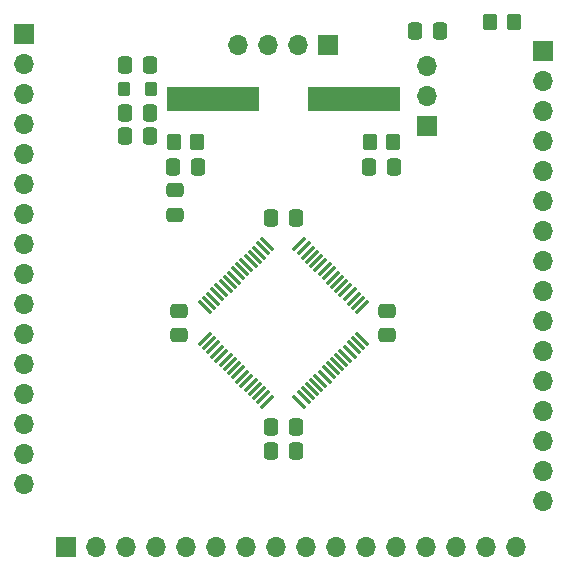
<source format=gts>
G04 #@! TF.GenerationSoftware,KiCad,Pcbnew,8.0.5*
G04 #@! TF.CreationDate,2024-11-24T11:50:23+01:00*
G04 #@! TF.ProjectId,stm32_template,73746d33-325f-4746-956d-706c6174652e,rev?*
G04 #@! TF.SameCoordinates,Original*
G04 #@! TF.FileFunction,Soldermask,Top*
G04 #@! TF.FilePolarity,Negative*
%FSLAX46Y46*%
G04 Gerber Fmt 4.6, Leading zero omitted, Abs format (unit mm)*
G04 Created by KiCad (PCBNEW 8.0.5) date 2024-11-24 11:50:23*
%MOMM*%
%LPD*%
G01*
G04 APERTURE LIST*
G04 Aperture macros list*
%AMRoundRect*
0 Rectangle with rounded corners*
0 $1 Rounding radius*
0 $2 $3 $4 $5 $6 $7 $8 $9 X,Y pos of 4 corners*
0 Add a 4 corners polygon primitive as box body*
4,1,4,$2,$3,$4,$5,$6,$7,$8,$9,$2,$3,0*
0 Add four circle primitives for the rounded corners*
1,1,$1+$1,$2,$3*
1,1,$1+$1,$4,$5*
1,1,$1+$1,$6,$7*
1,1,$1+$1,$8,$9*
0 Add four rect primitives between the rounded corners*
20,1,$1+$1,$2,$3,$4,$5,0*
20,1,$1+$1,$4,$5,$6,$7,0*
20,1,$1+$1,$6,$7,$8,$9,0*
20,1,$1+$1,$8,$9,$2,$3,0*%
G04 Aperture macros list end*
%ADD10RoundRect,0.250000X-0.475000X0.337500X-0.475000X-0.337500X0.475000X-0.337500X0.475000X0.337500X0*%
%ADD11RoundRect,0.250000X-0.337500X-0.475000X0.337500X-0.475000X0.337500X0.475000X-0.337500X0.475000X0*%
%ADD12RoundRect,0.250000X0.337500X0.475000X-0.337500X0.475000X-0.337500X-0.475000X0.337500X-0.475000X0*%
%ADD13R,7.875000X2.000000*%
%ADD14R,1.700000X1.700000*%
%ADD15O,1.700000X1.700000*%
%ADD16RoundRect,0.250000X-0.350000X-0.450000X0.350000X-0.450000X0.350000X0.450000X-0.350000X0.450000X0*%
%ADD17RoundRect,0.250000X-0.275000X-0.350000X0.275000X-0.350000X0.275000X0.350000X-0.275000X0.350000X0*%
%ADD18RoundRect,0.075000X-0.548008X0.441942X0.441942X-0.548008X0.548008X-0.441942X-0.441942X0.548008X0*%
%ADD19RoundRect,0.075000X-0.548008X-0.441942X-0.441942X-0.548008X0.548008X0.441942X0.441942X0.548008X0*%
%ADD20RoundRect,0.250000X0.475000X-0.337500X0.475000X0.337500X-0.475000X0.337500X-0.475000X-0.337500X0*%
G04 APERTURE END LIST*
D10*
X83800000Y-76962500D03*
X83800000Y-79037500D03*
D11*
X65662500Y-64800000D03*
X67737500Y-64800000D03*
D12*
X88250000Y-53250000D03*
X86175000Y-53250000D03*
D11*
X73962500Y-88800000D03*
X76037500Y-88800000D03*
D13*
X80937500Y-59000000D03*
X69062500Y-59000000D03*
D14*
X87200000Y-61325000D03*
D15*
X87200000Y-58785000D03*
X87200000Y-56245000D03*
D14*
X78750000Y-54500000D03*
D15*
X76210000Y-54500000D03*
X73670000Y-54500000D03*
X71130000Y-54500000D03*
D12*
X76037500Y-86800000D03*
X73962500Y-86800000D03*
D11*
X82262500Y-64800000D03*
X84337500Y-64800000D03*
D16*
X92500000Y-52500000D03*
X94500000Y-52500000D03*
X82300000Y-62700000D03*
X84300000Y-62700000D03*
D11*
X73962500Y-69100000D03*
X76037500Y-69100000D03*
X61625000Y-56200000D03*
X63700000Y-56200000D03*
D12*
X63700000Y-62200000D03*
X61625000Y-62200000D03*
D10*
X66200000Y-76962500D03*
X66200000Y-79037500D03*
D17*
X61512500Y-58200000D03*
X63812500Y-58200000D03*
D18*
X73638821Y-71335520D03*
X73285267Y-71689072D03*
X72931714Y-72042627D03*
X72578160Y-72396179D03*
X72224606Y-72749734D03*
X71871054Y-73103287D03*
X71517501Y-73456839D03*
X71163947Y-73810394D03*
X70810394Y-74163947D03*
X70456839Y-74517501D03*
X70103287Y-74871054D03*
X69749734Y-75224606D03*
X69396179Y-75578160D03*
X69042627Y-75931714D03*
X68689072Y-76285267D03*
X68335520Y-76638821D03*
D19*
X68335520Y-79361179D03*
X68689072Y-79714733D03*
X69042627Y-80068286D03*
X69396179Y-80421840D03*
X69749734Y-80775394D03*
X70103287Y-81128946D03*
X70456839Y-81482499D03*
X70810394Y-81836053D03*
X71163947Y-82189606D03*
X71517501Y-82543161D03*
X71871054Y-82896713D03*
X72224606Y-83250266D03*
X72578160Y-83603821D03*
X72931714Y-83957373D03*
X73285267Y-84310928D03*
X73638821Y-84664480D03*
D18*
X76361179Y-84664480D03*
X76714733Y-84310928D03*
X77068286Y-83957373D03*
X77421840Y-83603821D03*
X77775394Y-83250266D03*
X78128946Y-82896713D03*
X78482499Y-82543161D03*
X78836053Y-82189606D03*
X79189606Y-81836053D03*
X79543161Y-81482499D03*
X79896713Y-81128946D03*
X80250266Y-80775394D03*
X80603821Y-80421840D03*
X80957373Y-80068286D03*
X81310928Y-79714733D03*
X81664480Y-79361179D03*
D19*
X81664480Y-76638821D03*
X81310928Y-76285267D03*
X80957373Y-75931714D03*
X80603821Y-75578160D03*
X80250266Y-75224606D03*
X79896713Y-74871054D03*
X79543161Y-74517501D03*
X79189606Y-74163947D03*
X78836053Y-73810394D03*
X78482499Y-73456839D03*
X78128946Y-73103287D03*
X77775394Y-72749734D03*
X77421840Y-72396179D03*
X77068286Y-72042627D03*
X76714733Y-71689072D03*
X76361179Y-71335520D03*
D16*
X65700000Y-62700000D03*
X67700000Y-62700000D03*
D20*
X65800000Y-68837500D03*
X65800000Y-66762500D03*
D12*
X63700000Y-60200000D03*
X61625000Y-60200000D03*
D14*
X56620000Y-97000000D03*
D15*
X59160000Y-97000000D03*
X61700000Y-97000000D03*
X64240000Y-97000000D03*
X66780000Y-97000000D03*
X69320000Y-97000000D03*
X71860000Y-97000000D03*
X74400000Y-97000000D03*
X76940000Y-97000000D03*
X79480000Y-97000000D03*
X82020000Y-97000000D03*
X84560000Y-97000000D03*
X87100000Y-97000000D03*
X89640000Y-97000000D03*
X92180000Y-97000000D03*
X94720000Y-97000000D03*
D14*
X53000000Y-53543161D03*
D15*
X53000000Y-56083161D03*
X53000000Y-58623161D03*
X53000000Y-61163161D03*
X53000000Y-63703161D03*
X53000000Y-66243161D03*
X53000000Y-68783161D03*
X53000000Y-71323161D03*
X53000000Y-73863161D03*
X53000000Y-76403161D03*
X53000000Y-78943161D03*
X53000000Y-81483161D03*
X53000000Y-84023161D03*
X53000000Y-86563161D03*
X53000000Y-89103161D03*
X53000000Y-91643161D03*
D14*
X97000000Y-55000000D03*
D15*
X97000000Y-57540000D03*
X97000000Y-60080000D03*
X97000000Y-62620000D03*
X97000000Y-65160000D03*
X97000000Y-67700000D03*
X97000000Y-70240000D03*
X97000000Y-72780000D03*
X97000000Y-75320000D03*
X97000000Y-77860000D03*
X97000000Y-80400000D03*
X97000000Y-82940000D03*
X97000000Y-85480000D03*
X97000000Y-88020000D03*
X97000000Y-90560000D03*
X97000000Y-93100000D03*
M02*

</source>
